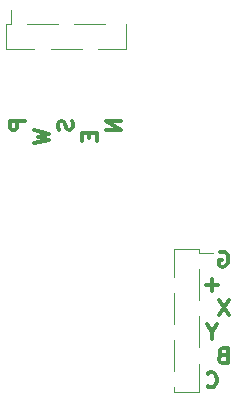
<source format=gbr>
%TF.GenerationSoftware,KiCad,Pcbnew,6.0.1-79c1e3a40b~116~ubuntu20.04.1*%
%TF.CreationDate,2022-02-08T16:17:55-05:00*%
%TF.ProjectId,gameKey-PCB-ThumbCluster,67616d65-4b65-4792-9d50-43422d546875,rev?*%
%TF.SameCoordinates,Original*%
%TF.FileFunction,Legend,Bot*%
%TF.FilePolarity,Positive*%
%FSLAX46Y46*%
G04 Gerber Fmt 4.6, Leading zero omitted, Abs format (unit mm)*
G04 Created by KiCad (PCBNEW 6.0.1-79c1e3a40b~116~ubuntu20.04.1) date 2022-02-08 16:17:55*
%MOMM*%
%LPD*%
G01*
G04 APERTURE LIST*
%ADD10C,0.304800*%
%ADD11C,0.120000*%
G04 APERTURE END LIST*
D10*
X13002380Y5746750D02*
X13123333Y5807226D01*
X13304761Y5807226D01*
X13486190Y5746750D01*
X13607142Y5625797D01*
X13667619Y5504845D01*
X13728095Y5262940D01*
X13728095Y5081511D01*
X13667619Y4839607D01*
X13607142Y4718654D01*
X13486190Y4597702D01*
X13304761Y4537226D01*
X13183809Y4537226D01*
X13002380Y4597702D01*
X12941904Y4658178D01*
X12941904Y5081511D01*
X13183809Y5081511D01*
X12851190Y2976335D02*
X11883571Y2976335D01*
X12367380Y2492526D02*
X12367380Y3460145D01*
X13758333Y1717826D02*
X12911666Y447826D01*
X12911666Y1717826D02*
X13758333Y447826D01*
X12367380Y-992111D02*
X12367380Y-1596873D01*
X12790714Y-326873D02*
X12367380Y-992111D01*
X11944047Y-326873D01*
X13244285Y-2976335D02*
X13062857Y-3036811D01*
X13002380Y-3097288D01*
X12941904Y-3218240D01*
X12941904Y-3399669D01*
X13002380Y-3520621D01*
X13062857Y-3581097D01*
X13183809Y-3641573D01*
X13667619Y-3641573D01*
X13667619Y-2371573D01*
X13244285Y-2371573D01*
X13123333Y-2432050D01*
X13062857Y-2492526D01*
X13002380Y-2613478D01*
X13002380Y-2734430D01*
X13062857Y-2855383D01*
X13123333Y-2915859D01*
X13244285Y-2976335D01*
X13667619Y-2976335D01*
X11974285Y-5565321D02*
X12034761Y-5625797D01*
X12216190Y-5686273D01*
X12337142Y-5686273D01*
X12518571Y-5625797D01*
X12639523Y-5504845D01*
X12700000Y-5383892D01*
X12760476Y-5141988D01*
X12760476Y-4960559D01*
X12700000Y-4718654D01*
X12639523Y-4597702D01*
X12518571Y-4476750D01*
X12337142Y-4416273D01*
X12216190Y-4416273D01*
X12034761Y-4476750D01*
X11974285Y-4537226D01*
X-3514876Y16832619D02*
X-4784876Y16832619D01*
X-4784876Y16348809D01*
X-4724400Y16227857D01*
X-4663923Y16167380D01*
X-4542971Y16106904D01*
X-4361542Y16106904D01*
X-4240590Y16167380D01*
X-4180114Y16227857D01*
X-4119638Y16348809D01*
X-4119638Y16832619D01*
X-2740176Y16076666D02*
X-1470176Y15774285D01*
X-2377319Y15532380D01*
X-1470176Y15290476D01*
X-2740176Y14988095D01*
X514047Y16862857D02*
X574523Y16681428D01*
X574523Y16379047D01*
X514047Y16258095D01*
X453571Y16197619D01*
X332619Y16137142D01*
X211666Y16137142D01*
X90714Y16197619D01*
X30238Y16258095D01*
X-30238Y16379047D01*
X-90714Y16620952D01*
X-151190Y16741904D01*
X-211666Y16802380D01*
X-332619Y16862857D01*
X-453571Y16862857D01*
X-574523Y16802380D01*
X-635000Y16741904D01*
X-695476Y16620952D01*
X-695476Y16318571D01*
X-635000Y16137142D01*
X1953985Y15804523D02*
X1953985Y15381190D01*
X2619223Y15199761D02*
X2619223Y15804523D01*
X1349223Y15804523D01*
X1349223Y15199761D01*
X4663923Y16862857D02*
X3393923Y16862857D01*
X4663923Y16137142D01*
X3393923Y16137142D01*
D11*
%TO.C,J1*%
X-4685000Y25060000D02*
X-4685000Y26290000D01*
X-5060000Y25060000D02*
X-5060000Y22940000D01*
X-5060000Y22940000D02*
X-2685000Y22940000D01*
X2685000Y22940000D02*
X5060000Y22940000D01*
X-5060000Y25060000D02*
X-4685000Y25060000D01*
X685000Y25060000D02*
X3315000Y25060000D01*
X-3315000Y25060000D02*
X-685000Y25060000D01*
X-1315000Y22940000D02*
X1315000Y22940000D01*
X4685000Y22940000D02*
X5060000Y22940000D01*
X5060000Y25060000D02*
X5060000Y22940000D01*
%TO.C,J0*%
X11220000Y315000D02*
X11220000Y-2315000D01*
X11220000Y-3685000D02*
X11220000Y-6060000D01*
X11220000Y5685000D02*
X12450000Y5685000D01*
X9100000Y-1685000D02*
X9100000Y-4315000D01*
X11220000Y4315000D02*
X11220000Y1685000D01*
X11220000Y6060000D02*
X11220000Y5685000D01*
X9100000Y-5685000D02*
X9100000Y-6060000D01*
X9100000Y2315000D02*
X9100000Y-315000D01*
X9100000Y6060000D02*
X9100000Y3685000D01*
X11220000Y6060000D02*
X9100000Y6060000D01*
X11220000Y-6060000D02*
X9100000Y-6060000D01*
%TD*%
M02*

</source>
